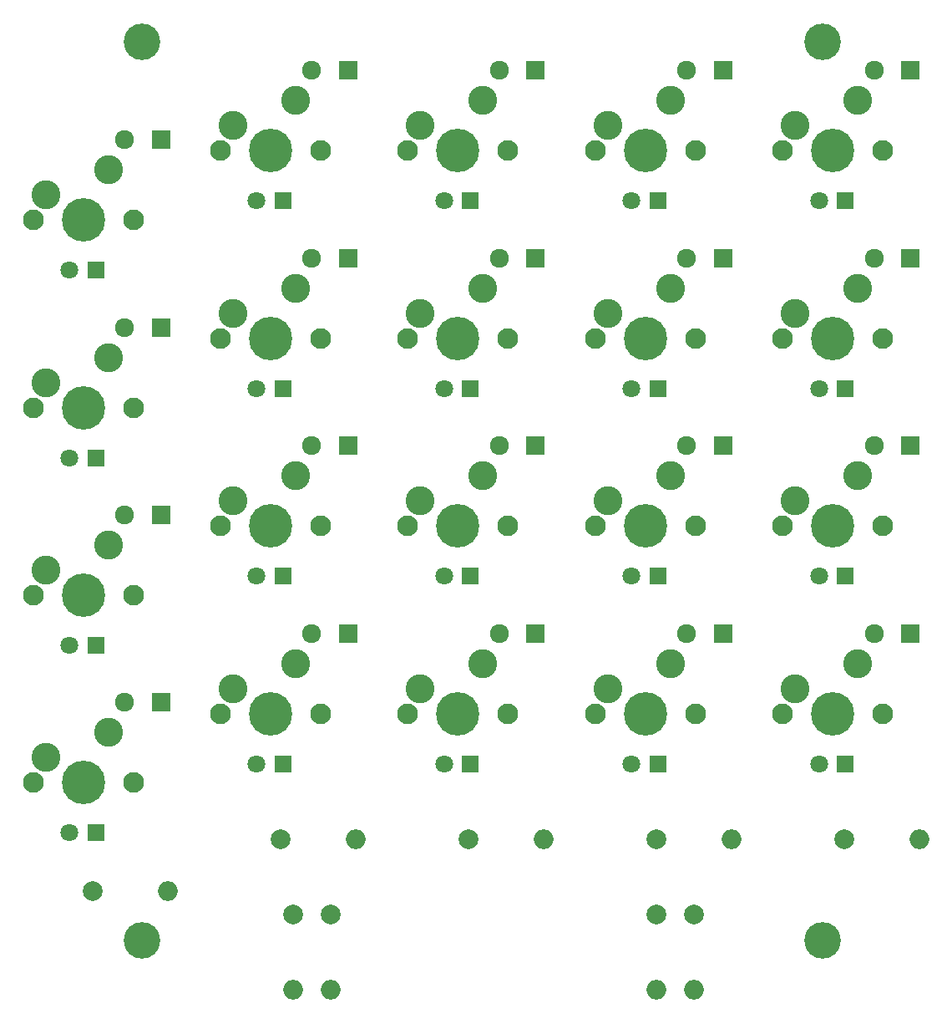
<source format=gbr>
%TF.GenerationSoftware,KiCad,Pcbnew,4.0.7*%
%TF.CreationDate,2017-11-07T22:47:46+00:00*%
%TF.ProjectId,gamepad,67616D657061642E6B696361645F7063,rev?*%
%TF.FileFunction,Soldermask,Top*%
%FSLAX46Y46*%
G04 Gerber Fmt 4.6, Leading zero omitted, Abs format (unit mm)*
G04 Created by KiCad (PCBNEW 4.0.7) date 11/07/17 22:47:46*
%MOMM*%
%LPD*%
G01*
G04 APERTURE LIST*
%ADD10C,0.100000*%
%ADD11C,3.700000*%
%ADD12C,2.940000*%
%ADD13C,4.400000*%
%ADD14C,2.100000*%
%ADD15C,1.806400*%
%ADD16R,1.806400X1.806400*%
%ADD17R,1.924000X1.924000*%
%ADD18C,1.924000*%
%ADD19C,2.000000*%
%ADD20O,2.000000X2.000000*%
G04 APERTURE END LIST*
D10*
D11*
X66000000Y-45000000D03*
X66000000Y-136000000D03*
X135000000Y-136000000D03*
D12*
X56190000Y-79460000D03*
X62540000Y-76920000D03*
D13*
X60000000Y-82000000D03*
D14*
X54920000Y-82000000D03*
X65080000Y-82000000D03*
D15*
X58603000Y-87080000D03*
D16*
X61270000Y-87080000D03*
D17*
X67874000Y-73872000D03*
D18*
X64191000Y-73872000D03*
D19*
X61000000Y-131000000D03*
D20*
X68620000Y-131000000D03*
D19*
X80010000Y-125730000D03*
D20*
X87630000Y-125730000D03*
D19*
X99060000Y-125730000D03*
D20*
X106680000Y-125730000D03*
D19*
X118110000Y-125730000D03*
D20*
X125730000Y-125730000D03*
D19*
X137160000Y-125730000D03*
D20*
X144780000Y-125730000D03*
D12*
X56190000Y-98460000D03*
X62540000Y-95920000D03*
D13*
X60000000Y-101000000D03*
D14*
X54920000Y-101000000D03*
X65080000Y-101000000D03*
D15*
X58603000Y-106080000D03*
D16*
X61270000Y-106080000D03*
D17*
X67874000Y-92872000D03*
D18*
X64191000Y-92872000D03*
D12*
X56190000Y-60460000D03*
X62540000Y-57920000D03*
D13*
X60000000Y-63000000D03*
D14*
X54920000Y-63000000D03*
X65080000Y-63000000D03*
D15*
X58603000Y-68080000D03*
D16*
X61270000Y-68080000D03*
D17*
X67874000Y-54872000D03*
D18*
X64191000Y-54872000D03*
D12*
X56190000Y-117460000D03*
X62540000Y-114920000D03*
D13*
X60000000Y-120000000D03*
D14*
X54920000Y-120000000D03*
X65080000Y-120000000D03*
D15*
X58603000Y-125080000D03*
D16*
X61270000Y-125080000D03*
D17*
X67874000Y-111872000D03*
D18*
X64191000Y-111872000D03*
D12*
X75190000Y-53460000D03*
X81540000Y-50920000D03*
D13*
X79000000Y-56000000D03*
D14*
X73920000Y-56000000D03*
X84080000Y-56000000D03*
D15*
X77603000Y-61080000D03*
D16*
X80270000Y-61080000D03*
D17*
X86874000Y-47872000D03*
D18*
X83191000Y-47872000D03*
D12*
X75190000Y-72460000D03*
X81540000Y-69920000D03*
D13*
X79000000Y-75000000D03*
D14*
X73920000Y-75000000D03*
X84080000Y-75000000D03*
D15*
X77603000Y-80080000D03*
D16*
X80270000Y-80080000D03*
D17*
X86874000Y-66872000D03*
D18*
X83191000Y-66872000D03*
D12*
X75190000Y-91460000D03*
X81540000Y-88920000D03*
D13*
X79000000Y-94000000D03*
D14*
X73920000Y-94000000D03*
X84080000Y-94000000D03*
D15*
X77603000Y-99080000D03*
D16*
X80270000Y-99080000D03*
D17*
X86874000Y-85872000D03*
D18*
X83191000Y-85872000D03*
D12*
X75190000Y-110460000D03*
X81540000Y-107920000D03*
D13*
X79000000Y-113000000D03*
D14*
X73920000Y-113000000D03*
X84080000Y-113000000D03*
D15*
X77603000Y-118080000D03*
D16*
X80270000Y-118080000D03*
D17*
X86874000Y-104872000D03*
D18*
X83191000Y-104872000D03*
D12*
X94190000Y-72460000D03*
X100540000Y-69920000D03*
D13*
X98000000Y-75000000D03*
D14*
X92920000Y-75000000D03*
X103080000Y-75000000D03*
D15*
X96603000Y-80080000D03*
D16*
X99270000Y-80080000D03*
D17*
X105874000Y-66872000D03*
D18*
X102191000Y-66872000D03*
D12*
X94190000Y-53460000D03*
X100540000Y-50920000D03*
D13*
X98000000Y-56000000D03*
D14*
X92920000Y-56000000D03*
X103080000Y-56000000D03*
D15*
X96603000Y-61080000D03*
D16*
X99270000Y-61080000D03*
D17*
X105874000Y-47872000D03*
D18*
X102191000Y-47872000D03*
D12*
X94190000Y-110460000D03*
X100540000Y-107920000D03*
D13*
X98000000Y-113000000D03*
D14*
X92920000Y-113000000D03*
X103080000Y-113000000D03*
D15*
X96603000Y-118080000D03*
D16*
X99270000Y-118080000D03*
D17*
X105874000Y-104872000D03*
D18*
X102191000Y-104872000D03*
D12*
X94190000Y-91460000D03*
X100540000Y-88920000D03*
D13*
X98000000Y-94000000D03*
D14*
X92920000Y-94000000D03*
X103080000Y-94000000D03*
D15*
X96603000Y-99080000D03*
D16*
X99270000Y-99080000D03*
D17*
X105874000Y-85872000D03*
D18*
X102191000Y-85872000D03*
D12*
X113190000Y-53460000D03*
X119540000Y-50920000D03*
D13*
X117000000Y-56000000D03*
D14*
X111920000Y-56000000D03*
X122080000Y-56000000D03*
D15*
X115603000Y-61080000D03*
D16*
X118270000Y-61080000D03*
D17*
X124874000Y-47872000D03*
D18*
X121191000Y-47872000D03*
D12*
X113190000Y-72460000D03*
X119540000Y-69920000D03*
D13*
X117000000Y-75000000D03*
D14*
X111920000Y-75000000D03*
X122080000Y-75000000D03*
D15*
X115603000Y-80080000D03*
D16*
X118270000Y-80080000D03*
D17*
X124874000Y-66872000D03*
D18*
X121191000Y-66872000D03*
D12*
X113190000Y-91460000D03*
X119540000Y-88920000D03*
D13*
X117000000Y-94000000D03*
D14*
X111920000Y-94000000D03*
X122080000Y-94000000D03*
D15*
X115603000Y-99080000D03*
D16*
X118270000Y-99080000D03*
D17*
X124874000Y-85872000D03*
D18*
X121191000Y-85872000D03*
D12*
X113190000Y-110460000D03*
X119540000Y-107920000D03*
D13*
X117000000Y-113000000D03*
D14*
X111920000Y-113000000D03*
X122080000Y-113000000D03*
D15*
X115603000Y-118080000D03*
D16*
X118270000Y-118080000D03*
D17*
X124874000Y-104872000D03*
D18*
X121191000Y-104872000D03*
D12*
X132190000Y-110460000D03*
X138540000Y-107920000D03*
D13*
X136000000Y-113000000D03*
D14*
X130920000Y-113000000D03*
X141080000Y-113000000D03*
D15*
X134603000Y-118080000D03*
D16*
X137270000Y-118080000D03*
D17*
X143874000Y-104872000D03*
D18*
X140191000Y-104872000D03*
D12*
X132190000Y-91460000D03*
X138540000Y-88920000D03*
D13*
X136000000Y-94000000D03*
D14*
X130920000Y-94000000D03*
X141080000Y-94000000D03*
D15*
X134603000Y-99080000D03*
D16*
X137270000Y-99080000D03*
D17*
X143874000Y-85872000D03*
D18*
X140191000Y-85872000D03*
D12*
X132190000Y-72460000D03*
X138540000Y-69920000D03*
D13*
X136000000Y-75000000D03*
D14*
X130920000Y-75000000D03*
X141080000Y-75000000D03*
D15*
X134603000Y-80080000D03*
D16*
X137270000Y-80080000D03*
D17*
X143874000Y-66872000D03*
D18*
X140191000Y-66872000D03*
D12*
X132190000Y-53460000D03*
X138540000Y-50920000D03*
D13*
X136000000Y-56000000D03*
D14*
X130920000Y-56000000D03*
X141080000Y-56000000D03*
D15*
X134603000Y-61080000D03*
D16*
X137270000Y-61080000D03*
D17*
X143874000Y-47872000D03*
D18*
X140191000Y-47872000D03*
D19*
X118110000Y-133350000D03*
D20*
X118110000Y-140970000D03*
D19*
X121920000Y-133350000D03*
D20*
X121920000Y-140970000D03*
D19*
X81280000Y-133350000D03*
D20*
X81280000Y-140970000D03*
D19*
X85090000Y-133350000D03*
D20*
X85090000Y-140970000D03*
D11*
X135000000Y-45000000D03*
M02*

</source>
